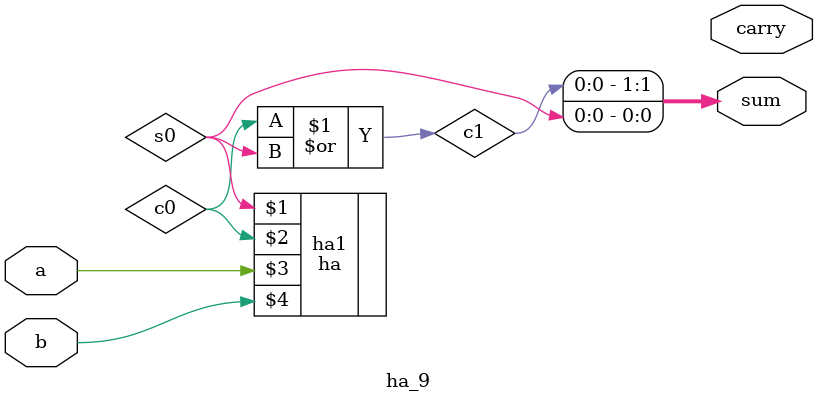
<source format=sv>
module ha_9(sum, carry, a, b);
  input a, b;
  output [1:0]sum;
  output carry;
  wire s0,c0,s1,c1;
  ha ha1(s0, c0, a, b);
  assign c1 = c0 | s0;
  assign sum = {c1, s0};
endmodule
</source>
